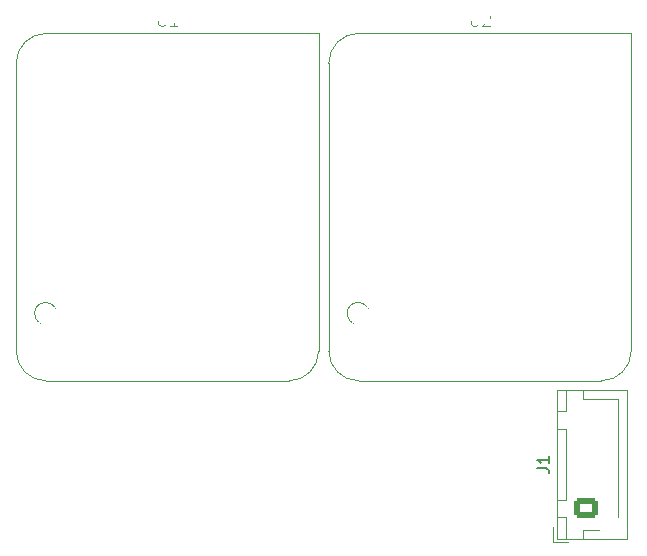
<source format=gto>
G04 #@! TF.GenerationSoftware,KiCad,Pcbnew,9.0.0*
G04 #@! TF.CreationDate,2025-04-17T11:42:56-07:00*
G04 #@! TF.ProjectId,Teensy_Telemetry_Compact,5465656e-7379-45f5-9465-6c656d657472,rev?*
G04 #@! TF.SameCoordinates,Original*
G04 #@! TF.FileFunction,Legend,Top*
G04 #@! TF.FilePolarity,Positive*
%FSLAX46Y46*%
G04 Gerber Fmt 4.6, Leading zero omitted, Abs format (unit mm)*
G04 Created by KiCad (PCBNEW 9.0.0) date 2025-04-17 11:42:56*
%MOMM*%
%LPD*%
G01*
G04 APERTURE LIST*
G04 Aperture macros list*
%AMRoundRect*
0 Rectangle with rounded corners*
0 $1 Rounding radius*
0 $2 $3 $4 $5 $6 $7 $8 $9 X,Y pos of 4 corners*
0 Add a 4 corners polygon primitive as box body*
4,1,4,$2,$3,$4,$5,$6,$7,$8,$9,$2,$3,0*
0 Add four circle primitives for the rounded corners*
1,1,$1+$1,$2,$3*
1,1,$1+$1,$4,$5*
1,1,$1+$1,$6,$7*
1,1,$1+$1,$8,$9*
0 Add four rect primitives between the rounded corners*
20,1,$1+$1,$2,$3,$4,$5,0*
20,1,$1+$1,$4,$5,$6,$7,0*
20,1,$1+$1,$6,$7,$8,$9,0*
20,1,$1+$1,$8,$9,$2,$3,0*%
G04 Aperture macros list end*
%ADD10C,0.100000*%
%ADD11C,0.150000*%
%ADD12C,0.120000*%
%ADD13C,3.200000*%
%ADD14C,1.810000*%
%ADD15C,1.200000*%
%ADD16RoundRect,0.250000X0.725000X-0.600000X0.725000X0.600000X-0.725000X0.600000X-0.725000X-0.600000X0*%
%ADD17O,1.950000X1.700000*%
%ADD18C,1.600000*%
G04 APERTURE END LIST*
D10*
X119038095Y-86492419D02*
X119038095Y-87301942D01*
X119038095Y-87301942D02*
X119085714Y-87397180D01*
X119085714Y-87397180D02*
X119133333Y-87444800D01*
X119133333Y-87444800D02*
X119228571Y-87492419D01*
X119228571Y-87492419D02*
X119419047Y-87492419D01*
X119419047Y-87492419D02*
X119514285Y-87444800D01*
X119514285Y-87444800D02*
X119561904Y-87397180D01*
X119561904Y-87397180D02*
X119609523Y-87301942D01*
X119609523Y-87301942D02*
X119609523Y-86492419D01*
X120038095Y-86587657D02*
X120085714Y-86540038D01*
X120085714Y-86540038D02*
X120180952Y-86492419D01*
X120180952Y-86492419D02*
X120419047Y-86492419D01*
X120419047Y-86492419D02*
X120514285Y-86540038D01*
X120514285Y-86540038D02*
X120561904Y-86587657D01*
X120561904Y-86587657D02*
X120609523Y-86682895D01*
X120609523Y-86682895D02*
X120609523Y-86778133D01*
X120609523Y-86778133D02*
X120561904Y-86920990D01*
X120561904Y-86920990D02*
X119990476Y-87492419D01*
X119990476Y-87492419D02*
X120609523Y-87492419D01*
D11*
X124654819Y-124933333D02*
X125369104Y-124933333D01*
X125369104Y-124933333D02*
X125511961Y-124980952D01*
X125511961Y-124980952D02*
X125607200Y-125076190D01*
X125607200Y-125076190D02*
X125654819Y-125219047D01*
X125654819Y-125219047D02*
X125654819Y-125314285D01*
X125654819Y-123933333D02*
X125654819Y-124504761D01*
X125654819Y-124219047D02*
X124654819Y-124219047D01*
X124654819Y-124219047D02*
X124797676Y-124314285D01*
X124797676Y-124314285D02*
X124892914Y-124409523D01*
X124892914Y-124409523D02*
X124940533Y-124504761D01*
D10*
X92573095Y-86497419D02*
X92573095Y-87306942D01*
X92573095Y-87306942D02*
X92620714Y-87402180D01*
X92620714Y-87402180D02*
X92668333Y-87449800D01*
X92668333Y-87449800D02*
X92763571Y-87497419D01*
X92763571Y-87497419D02*
X92954047Y-87497419D01*
X92954047Y-87497419D02*
X93049285Y-87449800D01*
X93049285Y-87449800D02*
X93096904Y-87402180D01*
X93096904Y-87402180D02*
X93144523Y-87306942D01*
X93144523Y-87306942D02*
X93144523Y-86497419D01*
X94144523Y-87497419D02*
X93573095Y-87497419D01*
X93858809Y-87497419D02*
X93858809Y-86497419D01*
X93858809Y-86497419D02*
X93763571Y-86640276D01*
X93763571Y-86640276D02*
X93668333Y-86735514D01*
X93668333Y-86735514D02*
X93573095Y-86783133D01*
D12*
X106990000Y-115010000D02*
X106990000Y-90660000D01*
X109530000Y-88120000D02*
X130070000Y-88120000D01*
X130070000Y-88120000D02*
X132600000Y-88135000D01*
X130070000Y-117550000D02*
X109530000Y-117550000D01*
X132600000Y-88135000D02*
X132610000Y-90660000D01*
X132610000Y-90660000D02*
X132610000Y-115010000D01*
X106990000Y-90660000D02*
G75*
G02*
X109530000Y-88120000I2540001J-1D01*
G01*
X109530000Y-117550000D02*
G75*
G02*
X106990000Y-115010000I1J2540001D01*
G01*
X132610000Y-115010000D02*
G75*
G02*
X130070000Y-117550000I-2540000J0D01*
G01*
D10*
X110400000Y-111835000D02*
G75*
G02*
X108556092Y-111835000I-921954J0D01*
G01*
X108556092Y-111835000D02*
G75*
G02*
X110400000Y-111835000I921954J0D01*
G01*
D12*
X126000000Y-129950000D02*
X126000000Y-131200000D01*
X126000000Y-131200000D02*
X127250000Y-131200000D01*
X126290000Y-118290000D02*
X126290000Y-130910000D01*
X126290000Y-130910000D02*
X132260000Y-130910000D01*
X126300000Y-118300000D02*
X126300000Y-120100000D01*
X126300000Y-120100000D02*
X127050000Y-120100000D01*
X126300000Y-121600000D02*
X126300000Y-127600000D01*
X126300000Y-127600000D02*
X127050000Y-127600000D01*
X126300000Y-129100000D02*
X126300000Y-130900000D01*
X126300000Y-130900000D02*
X127050000Y-130900000D01*
X127050000Y-118300000D02*
X126300000Y-118300000D01*
X127050000Y-120100000D02*
X127050000Y-118300000D01*
X127050000Y-121600000D02*
X126300000Y-121600000D01*
X127050000Y-127600000D02*
X127050000Y-121600000D01*
X127050000Y-129100000D02*
X126300000Y-129100000D01*
X127050000Y-130900000D02*
X127050000Y-129100000D01*
X128550000Y-118300000D02*
X128550000Y-119050000D01*
X128550000Y-119050000D02*
X131500000Y-119050000D01*
X128550000Y-130150000D02*
X129890000Y-130150000D01*
X128550000Y-130900000D02*
X128550000Y-130150000D01*
X131500000Y-119050000D02*
X131500000Y-124600000D01*
X131500000Y-124600000D02*
X131500000Y-129090000D01*
X132260000Y-118290000D02*
X126290000Y-118290000D01*
X132260000Y-130910000D02*
X132260000Y-118290000D01*
X80525000Y-115015000D02*
X80525000Y-90665000D01*
X83065000Y-88125000D02*
X103605000Y-88125000D01*
X103605000Y-88125000D02*
X106135000Y-88140000D01*
X103605000Y-117555000D02*
X83065000Y-117555000D01*
X106135000Y-88140000D02*
X106145000Y-90665000D01*
X106145000Y-90665000D02*
X106145000Y-115015000D01*
X80525000Y-90665000D02*
G75*
G02*
X83065000Y-88125000I2540001J-1D01*
G01*
X83065000Y-117555000D02*
G75*
G02*
X80525000Y-115015000I1J2540001D01*
G01*
X106145000Y-115015000D02*
G75*
G02*
X103605000Y-117555000I-2540000J0D01*
G01*
D10*
X83935000Y-111840000D02*
G75*
G02*
X82091092Y-111840000I-921954J0D01*
G01*
X82091092Y-111840000D02*
G75*
G02*
X83935000Y-111840000I921954J0D01*
G01*
%LPC*%
D13*
X82500000Y-96000000D03*
X129500000Y-96000000D03*
D14*
X109640000Y-114900000D03*
X112180000Y-114900000D03*
X114720000Y-114900000D03*
X117260000Y-114900000D03*
X119800000Y-114900000D03*
X122340000Y-114900000D03*
X124880000Y-114900000D03*
X127420000Y-114900000D03*
X129960000Y-114900000D03*
X109640000Y-89500000D03*
X112180000Y-89500000D03*
X114720000Y-89500000D03*
X117260000Y-89500000D03*
X119800000Y-89500000D03*
D15*
X130750000Y-129950000D03*
D16*
X128750000Y-128350000D03*
D17*
X128750000Y-125850000D03*
X128750000Y-123350000D03*
X128750000Y-120850000D03*
D13*
X82500000Y-127000000D03*
X129500000Y-135000000D03*
D14*
X83175000Y-114905000D03*
X85715000Y-114905000D03*
X88255000Y-114905000D03*
X90795000Y-114905000D03*
X93335000Y-114905000D03*
X95875000Y-114905000D03*
X98415000Y-114905000D03*
X100955000Y-114905000D03*
X103495000Y-114905000D03*
X83175000Y-89505000D03*
X85715000Y-89505000D03*
X88255000Y-89505000D03*
X90795000Y-89505000D03*
X93335000Y-89505000D03*
X103495000Y-112000000D03*
X100955000Y-112000000D03*
X98415000Y-112000000D03*
X95875000Y-112000000D03*
X93335000Y-112000000D03*
X90795000Y-112000000D03*
X88255000Y-112000000D03*
X85715000Y-112000000D03*
X83175000Y-112000000D03*
X103495000Y-86600000D03*
X100955000Y-86600000D03*
X98415000Y-86600000D03*
X95875000Y-86600000D03*
X93335000Y-86600000D03*
D18*
X81380000Y-120000000D03*
X83920000Y-120000000D03*
X86460000Y-120000000D03*
X89000000Y-120000000D03*
X91540000Y-120000000D03*
X94080000Y-120000000D03*
X96620000Y-120000000D03*
X99160000Y-120000000D03*
X101700000Y-120000000D03*
X104240000Y-120000000D03*
X106780000Y-120000000D03*
X109320000Y-120000000D03*
X111860000Y-120000000D03*
X114400000Y-120000000D03*
X114400000Y-122540000D03*
X114400000Y-125080000D03*
X114400000Y-127620000D03*
X114400000Y-130160000D03*
X114400000Y-132700000D03*
X114400000Y-135240000D03*
X111860000Y-135240000D03*
X109320000Y-135240000D03*
X106780000Y-135240000D03*
X104240000Y-135240000D03*
X101700000Y-135240000D03*
X99160000Y-135240000D03*
X96620000Y-135240000D03*
X94080000Y-135240000D03*
X91540000Y-135240000D03*
X89000000Y-135240000D03*
X86460000Y-135240000D03*
X83920000Y-135240000D03*
X81380000Y-135240000D03*
X83920000Y-132700000D03*
X109320000Y-132700000D03*
X106780000Y-132700000D03*
X109320000Y-130160000D03*
X106780000Y-130160000D03*
X109320000Y-127620000D03*
X106780000Y-127620000D03*
X109320000Y-125080000D03*
X106780000Y-125080000D03*
X109320000Y-122540000D03*
X106780000Y-122540000D03*
D14*
X129960000Y-112000000D03*
X127420000Y-112000000D03*
X124880000Y-112000000D03*
X122340000Y-112000000D03*
X119800000Y-112000000D03*
X117260000Y-112000000D03*
X114720000Y-112000000D03*
X112180000Y-112000000D03*
X109640000Y-112000000D03*
X129960000Y-86600000D03*
X127420000Y-86600000D03*
X124880000Y-86600000D03*
X122340000Y-86600000D03*
X119800000Y-86600000D03*
%LPD*%
M02*

</source>
